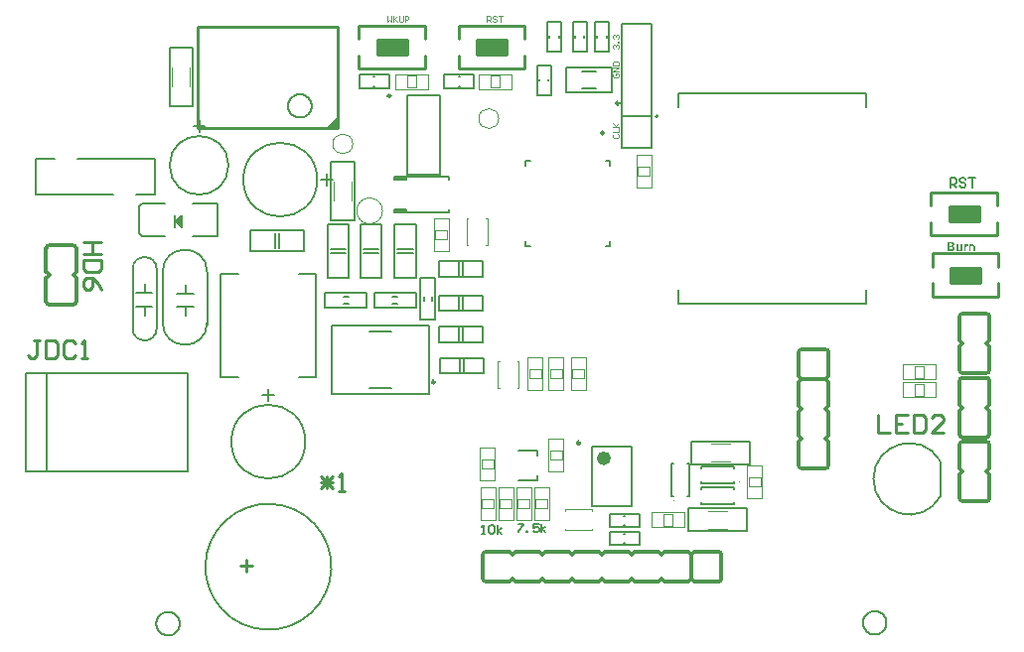
<source format=gto>
G04*
G04 #@! TF.GenerationSoftware,Altium Limited,Altium Designer,23.6.0 (18)*
G04*
G04 Layer_Color=65535*
%FSLAX44Y44*%
%MOMM*%
G71*
G04*
G04 #@! TF.SameCoordinates,157544A1-0EA0-4F56-A15C-28E52037D784*
G04*
G04*
G04 #@! TF.FilePolarity,Positive*
G04*
G01*
G75*
%ADD10C,0.2000*%
%ADD11C,0.1778*%
%ADD12C,0.3000*%
%ADD13C,0.2500*%
%ADD14C,0.6000*%
%ADD15C,0.1000*%
%ADD16C,0.2032*%
%ADD17C,0.1270*%
%ADD18C,0.2540*%
%ADD19C,0.1016*%
%ADD20C,0.1524*%
%ADD21C,0.1800*%
%ADD22C,0.1500*%
%ADD23R,2.5400X1.2700*%
%ADD24R,1.0000X0.3192*%
G36*
X267536Y331065D02*
Y341065D01*
X257536Y331065D01*
X267536Y331065D01*
D02*
G37*
G36*
X804102Y231774D02*
X804224Y231751D01*
X804380Y231718D01*
X804546Y231663D01*
X804713Y231596D01*
X804891Y231496D01*
X804424Y230220D01*
X804413Y230231D01*
X804358Y230253D01*
X804291Y230297D01*
X804202Y230342D01*
X804091Y230386D01*
X803980Y230431D01*
X803858Y230453D01*
X803736Y230464D01*
X803692D01*
X803625Y230453D01*
X803559Y230442D01*
X803481Y230420D01*
X803392Y230386D01*
X803303Y230342D01*
X803214Y230286D01*
X803203Y230275D01*
X803181Y230253D01*
X803137Y230209D01*
X803092Y230142D01*
X803037Y230064D01*
X802981Y229953D01*
X802926Y229820D01*
X802881Y229665D01*
Y229643D01*
X802870Y229609D01*
X802859Y229576D01*
Y229520D01*
X802848Y229454D01*
X802837Y229365D01*
X802826Y229265D01*
X802815Y229154D01*
X802804Y229010D01*
X802793Y228866D01*
Y228688D01*
X802782Y228499D01*
X802770Y228288D01*
Y228055D01*
Y227800D01*
Y226091D01*
X801294D01*
Y231663D01*
X802659D01*
Y230875D01*
X802671Y230886D01*
X802715Y230952D01*
X802782Y231052D01*
X802870Y231174D01*
X802959Y231296D01*
X803070Y231418D01*
X803170Y231529D01*
X803281Y231607D01*
X803292Y231618D01*
X803325Y231640D01*
X803392Y231663D01*
X803470Y231696D01*
X803559Y231729D01*
X803670Y231763D01*
X803781Y231774D01*
X803914Y231785D01*
X804003D01*
X804102Y231774D01*
D02*
G37*
G36*
X808886D02*
X809008Y231763D01*
X809142Y231740D01*
X809286Y231707D01*
X809441Y231663D01*
X809597Y231607D01*
X809619Y231596D01*
X809663Y231574D01*
X809741Y231541D01*
X809830Y231485D01*
X809930Y231418D01*
X810030Y231341D01*
X810130Y231252D01*
X810218Y231152D01*
X810229Y231141D01*
X810252Y231108D01*
X810285Y231052D01*
X810329Y230974D01*
X810385Y230886D01*
X810429Y230775D01*
X810474Y230664D01*
X810507Y230530D01*
Y230519D01*
X810518Y230464D01*
X810540Y230386D01*
X810551Y230275D01*
X810574Y230142D01*
X810585Y229964D01*
X810596Y229776D01*
Y229543D01*
Y226091D01*
X809119D01*
Y228921D01*
Y228932D01*
Y228965D01*
Y229010D01*
Y229065D01*
Y229143D01*
Y229221D01*
X809108Y229409D01*
X809097Y229598D01*
X809075Y229798D01*
X809053Y229964D01*
X809042Y230031D01*
X809020Y230086D01*
Y230098D01*
X808997Y230131D01*
X808975Y230175D01*
X808942Y230242D01*
X808842Y230375D01*
X808786Y230442D01*
X808709Y230497D01*
X808698Y230508D01*
X808676Y230519D01*
X808631Y230542D01*
X808565Y230575D01*
X808487Y230608D01*
X808409Y230630D01*
X808309Y230641D01*
X808198Y230653D01*
X808132D01*
X808065Y230641D01*
X807976Y230630D01*
X807865Y230597D01*
X807754Y230564D01*
X807632Y230508D01*
X807510Y230442D01*
X807499Y230431D01*
X807466Y230408D01*
X807410Y230353D01*
X807344Y230297D01*
X807277Y230209D01*
X807210Y230120D01*
X807144Y229998D01*
X807099Y229876D01*
Y229865D01*
X807077Y229809D01*
X807066Y229720D01*
X807044Y229587D01*
X807033Y229509D01*
X807022Y229409D01*
X807011Y229310D01*
Y229187D01*
X807000Y229065D01*
X806988Y228921D01*
Y228766D01*
Y228599D01*
Y226091D01*
X805512D01*
Y231663D01*
X806877D01*
Y230841D01*
X806889Y230852D01*
X806911Y230886D01*
X806955Y230930D01*
X807011Y230986D01*
X807077Y231063D01*
X807166Y231141D01*
X807266Y231230D01*
X807377Y231318D01*
X807499Y231396D01*
X807643Y231485D01*
X807787Y231563D01*
X807954Y231640D01*
X808132Y231696D01*
X808309Y231740D01*
X808509Y231774D01*
X808709Y231785D01*
X808786D01*
X808886Y231774D01*
D02*
G37*
G36*
X799840Y226091D02*
X798475D01*
Y226923D01*
X798464Y226901D01*
X798419Y226845D01*
X798353Y226768D01*
X798253Y226668D01*
X798142Y226546D01*
X797998Y226435D01*
X797842Y226313D01*
X797664Y226213D01*
X797642Y226201D01*
X797576Y226179D01*
X797476Y226135D01*
X797343Y226091D01*
X797187Y226046D01*
X797010Y226002D01*
X796821Y225979D01*
X796621Y225968D01*
X796521D01*
X796421Y225979D01*
X796288Y226002D01*
X796122Y226024D01*
X795955Y226068D01*
X795778Y226135D01*
X795611Y226213D01*
X795589Y226224D01*
X795545Y226257D01*
X795456Y226313D01*
X795367Y226390D01*
X795256Y226490D01*
X795156Y226601D01*
X795056Y226745D01*
X794967Y226901D01*
X794956Y226923D01*
X794934Y226978D01*
X794901Y227078D01*
X794867Y227223D01*
X794834Y227400D01*
X794801Y227611D01*
X794779Y227855D01*
X794768Y228133D01*
Y231663D01*
X796244D01*
Y229099D01*
Y229088D01*
Y229043D01*
Y228988D01*
Y228910D01*
Y228821D01*
Y228721D01*
X796255Y228488D01*
X796266Y228233D01*
X796277Y228000D01*
X796288Y227900D01*
X796299Y227800D01*
X796310Y227722D01*
X796321Y227667D01*
Y227656D01*
X796332Y227622D01*
X796355Y227578D01*
X796388Y227511D01*
X796421Y227445D01*
X796477Y227378D01*
X796532Y227311D01*
X796610Y227245D01*
X796621Y227234D01*
X796654Y227223D01*
X796699Y227201D01*
X796765Y227178D01*
X796843Y227145D01*
X796943Y227123D01*
X797043Y227112D01*
X797165Y227101D01*
X797232D01*
X797298Y227112D01*
X797387Y227123D01*
X797498Y227145D01*
X797609Y227189D01*
X797731Y227234D01*
X797842Y227300D01*
X797853Y227311D01*
X797887Y227334D01*
X797942Y227378D01*
X798009Y227445D01*
X798075Y227522D01*
X798142Y227600D01*
X798208Y227700D01*
X798253Y227811D01*
Y227822D01*
X798275Y227878D01*
Y227922D01*
X798286Y227978D01*
X798297Y228033D01*
X798308Y228111D01*
X798319Y228211D01*
X798331Y228311D01*
X798342Y228433D01*
Y228577D01*
X798353Y228732D01*
X798364Y228910D01*
Y229099D01*
Y229310D01*
Y231663D01*
X799840D01*
Y226091D01*
D02*
G37*
G36*
X790638Y233761D02*
X790860Y233749D01*
X791082Y233738D01*
X791293Y233716D01*
X791482Y233694D01*
X791504D01*
X791560Y233683D01*
X791637Y233661D01*
X791748Y233627D01*
X791870Y233583D01*
X792004Y233527D01*
X792148Y233461D01*
X792281Y233372D01*
X792292Y233361D01*
X792337Y233328D01*
X792403Y233272D01*
X792492Y233206D01*
X792581Y233106D01*
X792681Y232995D01*
X792781Y232873D01*
X792869Y232728D01*
X792880Y232706D01*
X792903Y232662D01*
X792947Y232573D01*
X792991Y232462D01*
X793036Y232329D01*
X793080Y232184D01*
X793102Y232007D01*
X793114Y231829D01*
Y231818D01*
Y231807D01*
Y231740D01*
X793102Y231640D01*
X793080Y231507D01*
X793036Y231352D01*
X792991Y231185D01*
X792914Y231019D01*
X792814Y230841D01*
X792803Y230819D01*
X792758Y230763D01*
X792692Y230686D01*
X792614Y230586D01*
X792503Y230486D01*
X792370Y230364D01*
X792215Y230264D01*
X792037Y230164D01*
X792048D01*
X792070Y230153D01*
X792104Y230142D01*
X792148Y230131D01*
X792281Y230075D01*
X792437Y229998D01*
X792603Y229909D01*
X792792Y229787D01*
X792958Y229643D01*
X793114Y229465D01*
X793125Y229443D01*
X793169Y229376D01*
X793236Y229276D01*
X793302Y229143D01*
X793369Y228965D01*
X793436Y228777D01*
X793480Y228555D01*
X793491Y228311D01*
Y228299D01*
Y228288D01*
Y228222D01*
X793480Y228122D01*
X793458Y227989D01*
X793436Y227833D01*
X793391Y227656D01*
X793325Y227478D01*
X793247Y227289D01*
X793236Y227267D01*
X793202Y227212D01*
X793147Y227123D01*
X793069Y227012D01*
X792980Y226879D01*
X792858Y226756D01*
X792736Y226623D01*
X792581Y226501D01*
X792559Y226490D01*
X792503Y226457D01*
X792414Y226401D01*
X792292Y226346D01*
X792137Y226279D01*
X791959Y226224D01*
X791759Y226168D01*
X791537Y226135D01*
X791493D01*
X791449Y226124D01*
X791338D01*
X791260Y226113D01*
X791049D01*
X790916Y226102D01*
X790583D01*
X790394Y226091D01*
X787064D01*
Y233772D01*
X790439D01*
X790638Y233761D01*
D02*
G37*
%LPC*%
G36*
X790161Y232495D02*
X788618D01*
Y230719D01*
X790106D01*
X790294Y230730D01*
X790638D01*
X790705Y230741D01*
X790771D01*
X790816Y230752D01*
X790882Y230763D01*
X790982Y230797D01*
X791082Y230830D01*
X791182Y230875D01*
X791282Y230930D01*
X791371Y231008D01*
X791382Y231019D01*
X791404Y231052D01*
X791449Y231096D01*
X791493Y231174D01*
X791526Y231263D01*
X791571Y231363D01*
X791593Y231485D01*
X791604Y231618D01*
Y231629D01*
Y231674D01*
X791593Y231740D01*
X791582Y231829D01*
X791560Y231918D01*
X791515Y232007D01*
X791471Y232107D01*
X791404Y232195D01*
X791393Y232206D01*
X791371Y232229D01*
X791315Y232273D01*
X791260Y232318D01*
X791171Y232362D01*
X791071Y232406D01*
X790949Y232440D01*
X790816Y232462D01*
X790805D01*
X790760Y232473D01*
X790638D01*
X790572Y232484D01*
X790283D01*
X790161Y232495D01*
D02*
G37*
G36*
X790228Y229443D02*
X788618D01*
Y227389D01*
X790328D01*
X790494Y227400D01*
X790672D01*
X790849Y227411D01*
X790993Y227423D01*
X791060D01*
X791105Y227434D01*
X791116D01*
X791160Y227445D01*
X791227Y227467D01*
X791304Y227489D01*
X791393Y227533D01*
X791493Y227589D01*
X791582Y227656D01*
X791671Y227733D01*
X791682Y227744D01*
X791704Y227778D01*
X791737Y227833D01*
X791782Y227911D01*
X791826Y228000D01*
X791859Y228111D01*
X791881Y228244D01*
X791893Y228388D01*
Y228399D01*
Y228444D01*
X791881Y228510D01*
X791870Y228588D01*
X791848Y228688D01*
X791815Y228777D01*
X791770Y228877D01*
X791715Y228976D01*
X791704Y228988D01*
X791682Y229021D01*
X791648Y229065D01*
X791593Y229110D01*
X791526Y229176D01*
X791438Y229232D01*
X791338Y229287D01*
X791227Y229332D01*
X791216D01*
X791160Y229354D01*
X791071Y229365D01*
X791016Y229376D01*
X790938Y229387D01*
X790860Y229398D01*
X790760Y229409D01*
X790649Y229421D01*
X790516D01*
X790383Y229432D01*
X790228Y229443D01*
D02*
G37*
%LPD*%
D10*
X494550Y326700D02*
G03*
X494550Y326700I-1500J0D01*
G01*
X540540Y340990D02*
G03*
X540540Y340990I-1000J0D01*
G01*
X729432Y-81980D02*
X729992Y-82265D01*
X720916Y-81980D02*
X721493Y-81730D01*
X728856D02*
X729432Y-81980D01*
X721493Y-81730D02*
X722084Y-81517D01*
X728264D02*
X728856Y-81730D01*
X722084Y-81517D02*
X722687Y-81342D01*
X727661D02*
X728264Y-81517D01*
X722687Y-81342D02*
X723300Y-81205D01*
X727048D02*
X727661Y-81342D01*
X723300Y-81205D02*
X723921Y-81107D01*
X726428D02*
X727048Y-81205D01*
X723921Y-81107D02*
X724546Y-81048D01*
X725802D02*
X726428Y-81107D01*
X725174Y-81028D02*
X725802Y-81048D01*
X724546D02*
X725174Y-81028D01*
Y-101028D02*
X725802Y-101008D01*
X726428Y-100949D01*
X727048Y-100851D01*
X727661Y-100714D01*
X728264Y-100539D01*
X728856Y-100326D01*
X729432Y-100076D01*
X729992Y-99791D01*
X730533Y-99471D01*
X731052Y-99118D01*
X731548Y-98733D01*
X732020Y-98318D01*
X732464Y-97873D01*
X724546Y-101008D02*
X725174Y-101028D01*
X723921Y-100949D02*
X724546Y-101008D01*
X723300Y-100851D02*
X723921Y-100949D01*
X722687Y-100714D02*
X723300Y-100851D01*
X722084Y-100539D02*
X722687Y-100714D01*
X721493Y-100326D02*
X722084Y-100539D01*
X720916Y-100076D02*
X721493Y-100326D01*
X720357Y-99791D02*
X720916Y-100076D01*
X719816Y-99471D02*
X720357Y-99791D01*
X719296Y-99118D02*
X719816Y-99471D01*
X718800Y-98733D02*
X719296Y-99118D01*
X718329Y-98318D02*
X718800Y-98733D01*
X717885Y-97873D02*
X718329Y-98318D01*
X717469Y-97402D02*
X717885Y-97873D01*
X717084Y-96906D02*
X717469Y-97402D01*
X716731Y-96386D02*
X717084Y-96906D01*
X716411Y-95846D02*
X716731Y-96386D01*
X716126Y-95286D02*
X716411Y-95846D01*
X720357Y-82265D02*
X720916Y-81980D01*
X734860Y-88541D02*
X734997Y-89154D01*
X734685Y-87938D02*
X734860Y-88541D01*
X734472Y-87347D02*
X734685Y-87938D01*
X729992Y-82265D02*
X730533Y-82585D01*
X719816D02*
X720357Y-82265D01*
X734997Y-89154D02*
X735095Y-89775D01*
X733264Y-96906D02*
X733617Y-96386D01*
X732879Y-97402D02*
X733264Y-96906D01*
X716126Y-86770D02*
X716411Y-86210D01*
X716731Y-85670D01*
X717084Y-85150D01*
X717469Y-84654D01*
X717885Y-84183D01*
X718329Y-83738D01*
X718800Y-83323D01*
X734222Y-86770D02*
X734472Y-87347D01*
X733937Y-86210D02*
X734222Y-86770D01*
X733617Y-85670D02*
X733937Y-86210D01*
X733264Y-85150D02*
X733617Y-85670D01*
X732879Y-84654D02*
X733264Y-85150D01*
X732464Y-84183D02*
X732879Y-84654D01*
X732020Y-83738D02*
X732464Y-84183D01*
X731548Y-83323D02*
X732020Y-83738D01*
X718800Y-83323D02*
X719296Y-82938D01*
X731052D02*
X731548Y-83323D01*
X719296Y-82938D02*
X719816Y-82585D01*
X730533D02*
X731052Y-82938D01*
X732464Y-97873D02*
X732879Y-97402D01*
X735154Y-91656D02*
X735174Y-91028D01*
X733617Y-96386D02*
X733937Y-95846D01*
X734222Y-95286D01*
X734472Y-94709D01*
X734685Y-94118D01*
X734860Y-93515D01*
X734997Y-92902D01*
X735095Y-92281D01*
X735154Y-91656D01*
Y-90400D02*
X735174Y-91028D01*
X735095Y-89775D02*
X735154Y-90400D01*
X297950Y366840D02*
X298950D01*
X297950Y374840D02*
X298950D01*
X484292Y8305D02*
Y59305D01*
X517792Y8305D02*
Y59305D01*
X484292D02*
X517792D01*
X484292Y8305D02*
X517792D01*
X345061Y103850D02*
Y162850D01*
X261999D02*
X345061D01*
X261999Y103850D02*
Y162850D01*
Y103850D02*
X345061D01*
X294280Y108850D02*
X312780D01*
X294280Y157850D02*
X312780D01*
X511310Y-15050D02*
X512310D01*
X511310Y-23050D02*
X512310D01*
X462176Y361483D02*
Y382971D01*
Y361483D02*
X500757D01*
Y382971D01*
X462176D02*
X500757D01*
X475330Y379610D02*
X487330D01*
X475330Y364610D02*
X487330D01*
X488760Y408440D02*
Y409440D01*
X496760Y408440D02*
Y409440D01*
X477710Y408440D02*
Y409440D01*
X469710Y408440D02*
Y409440D01*
X448120Y408440D02*
Y409440D01*
X456120Y408440D02*
Y409440D01*
X370340Y374840D02*
X371340D01*
X370340Y366840D02*
X371340D01*
X437950Y34680D02*
X437950Y30180D01*
X437950Y51680D02*
X437950Y56180D01*
X421700D02*
X437950D01*
X421700Y30180D02*
X437950D01*
X577212Y24795D02*
X605212D01*
X577212Y9795D02*
X605212Y9795D01*
X577212Y23045D02*
Y24795D01*
X605212Y23045D02*
Y24795D01*
X577212Y9795D02*
Y11545D01*
X605212Y9795D02*
Y11545D01*
X565212Y45265D02*
X566962D01*
X565212Y17265D02*
X566962Y17265D01*
X551962Y45265D02*
X553712D01*
X551962Y17265D02*
X553712Y17265D01*
X566962Y45265D02*
X566962Y17265D01*
X551962Y17265D02*
Y45265D01*
X577212Y40825D02*
Y42575D01*
X605212Y40825D02*
Y42575D01*
X577212Y27575D02*
Y29325D01*
X605212Y27575D02*
Y29325D01*
X577212Y42575D02*
X605212Y42575D01*
X577212Y27575D02*
X605212D01*
X128240Y246460D02*
Y256460D01*
X133240Y248460D02*
Y254460D01*
X134240Y246460D02*
Y256460D01*
X129240Y251460D02*
X134240Y256460D01*
X131740Y249960D02*
Y252960D01*
X129240Y251460D02*
X134240Y246460D01*
X100330Y266700D02*
X120080D01*
X100330Y238760D02*
X120080D01*
X144080D02*
X165100D01*
X144080Y266700D02*
X165100D01*
X97790Y241300D02*
Y264160D01*
Y241300D02*
X100330Y238760D01*
X97790Y264160D02*
X100330Y266700D01*
X165100Y238760D02*
Y266700D01*
X9960Y274560D02*
Y304560D01*
X95960Y274560D02*
X111960Y274560D01*
X9960D02*
X76460Y274560D01*
X111960Y274560D02*
Y304560D01*
X45460Y304560D02*
X111960Y304560D01*
X9960D02*
X25960Y304560D01*
X326360Y291620D02*
Y358620D01*
X354360Y291620D02*
Y358620D01*
X326360D02*
X354360D01*
X326360Y291620D02*
X354360D01*
X509270Y420332D02*
X534670D01*
Y313731D02*
Y420332D01*
X509270Y313731D02*
Y420332D01*
Y313731D02*
X534670D01*
X509270Y341630D02*
X534670D01*
X715876Y-87347D02*
X716126Y-86770D01*
X715664Y-87938D02*
X715876Y-87347D01*
X715488Y-88541D02*
X715664Y-87938D01*
X715351Y-89154D02*
X715488Y-88541D01*
X715253Y-89775D02*
X715351Y-89154D01*
X715194Y-90400D02*
X715253Y-89775D01*
X715174Y-91028D02*
X715194Y-90400D01*
X715174Y-91028D02*
X715194Y-91656D01*
X715253Y-92281D01*
X715351Y-92902D01*
X715488Y-93515D02*
X715664Y-94118D01*
X715876Y-94709D01*
X716126Y-95286D01*
X715351Y-92902D02*
X715488Y-93515D01*
X233967Y359926D02*
X234592Y359985D01*
X232733Y359691D02*
X233346Y359828D01*
X232130Y359516D02*
X232733Y359691D01*
X231539Y359303D02*
X232130Y359516D01*
X233346Y359828D02*
X233967Y359926D01*
X230962Y359053D02*
X231539Y359303D01*
X234592Y359985D02*
X235220Y360005D01*
X230403Y358768D02*
X230962Y359053D01*
X229862Y358448D02*
X230403Y358768D01*
X229342Y358095D02*
X229862Y358448D01*
X228846Y357710D02*
X229342Y358095D01*
X228375Y357295D02*
X228846Y357710D01*
X227930Y356851D02*
X228375Y357295D01*
X227515Y356379D02*
X227930Y356851D01*
X227130Y355883D02*
X227515Y356379D01*
X226457Y354823D02*
X226777Y355363D01*
X226172Y354263D02*
X226457Y354823D01*
X226777Y355363D02*
X227130Y355883D01*
X225922Y353686D02*
X226172Y354263D01*
X225709Y353095D02*
X225922Y353686D01*
X225534Y352492D02*
X225709Y353095D01*
X225397Y351879D02*
X225534Y352492D01*
X225299Y351258D02*
X225397Y351879D01*
X225240Y350633D02*
X225299Y351258D01*
X225220Y350005D02*
X225240Y350633D01*
X225220Y350005D02*
X225240Y349377D01*
X225299Y348752D02*
X225397Y348131D01*
X225534Y347518D01*
X225709Y346915D01*
X225922Y346324D01*
X225240Y349377D02*
X225299Y348752D01*
X225922Y346324D02*
X226172Y345747D01*
X226457Y345187D01*
X226777Y344647D01*
X227130Y344127D01*
X227515Y343631D01*
X227930Y343159D01*
X228375Y342715D01*
X228846Y342300D01*
X229342Y341915D02*
X229862Y341562D01*
X230403Y341242D01*
X228846Y342300D02*
X229342Y341915D01*
X230403Y341242D02*
X230962Y340957D01*
X238901Y340707D02*
X239478Y340957D01*
X240037Y341242D01*
X240578Y341562D01*
X241098Y341915D01*
X241594Y342300D01*
X242066Y342715D01*
X242510Y343159D01*
X242925Y343631D02*
X243310Y344127D01*
X243663Y344647D01*
X242510Y343159D02*
X242925Y343631D01*
X243663Y344647D02*
X243983Y345187D01*
X244268Y345747D01*
X244518Y346324D01*
X244731Y346915D01*
X244906Y347518D02*
X245043Y348131D01*
X245141Y348752D01*
X245200Y349377D01*
X245220Y350005D01*
X245200Y350633D02*
X245220Y350005D01*
X245141Y351258D02*
X245200Y350633D01*
X245043Y351879D02*
X245141Y351258D01*
X244906Y352492D02*
X245043Y351879D01*
X244731Y346915D02*
X244906Y347518D01*
X244731Y353095D02*
X244906Y352492D01*
X244518Y353686D02*
X244731Y353095D01*
X244268Y354263D02*
X244518Y353686D01*
X243983Y354823D02*
X244268Y354263D01*
X243310Y355883D02*
X243663Y355363D01*
X242925Y356379D02*
X243310Y355883D01*
X243663Y355363D02*
X243983Y354823D01*
X242510Y356851D02*
X242925Y356379D01*
X242066Y357295D02*
X242510Y356851D01*
X241594Y357710D02*
X242066Y357295D01*
X241098Y358095D02*
X241594Y357710D01*
X240578Y358448D02*
X241098Y358095D01*
X240037Y358768D02*
X240578Y358448D01*
X239478Y359053D02*
X240037Y358768D01*
X238901Y359303D02*
X239478Y359053D01*
X238310Y359516D02*
X238901Y359303D01*
X237707Y359691D02*
X238310Y359516D01*
X237094Y359828D02*
X237707Y359691D01*
X236473Y359926D02*
X237094Y359828D01*
X235848Y359985D02*
X236473Y359926D01*
X235220Y360005D02*
X235848Y359985D01*
X230962Y340957D02*
X231539Y340707D01*
X232130Y340494D01*
X232733Y340319D01*
X233346Y340182D01*
X233967Y340084D01*
X234592Y340025D01*
X235220Y340005D01*
X235848Y340025D02*
X236473Y340084D01*
X237094Y340182D01*
X237707Y340319D01*
X238310Y340494D01*
X235220Y340005D02*
X235848Y340025D01*
X238310Y340494D02*
X238901Y340707D01*
X117981Y-82977D02*
X118540Y-82692D01*
X117440Y-83297D02*
X117981Y-82977D01*
X116920Y-83650D02*
X117440Y-83297D01*
X116424Y-84035D02*
X116920Y-83650D01*
X115953Y-84450D02*
X116424Y-84035D01*
X115509Y-84895D02*
X115953Y-84450D01*
X115093Y-85366D02*
X115509Y-84895D01*
X114708Y-85862D02*
X115093Y-85366D01*
X114035Y-86923D02*
X114355Y-86382D01*
X113750Y-87482D02*
X114035Y-86923D01*
X114355Y-86382D02*
X114708Y-85862D01*
X113500Y-88059D02*
X113750Y-87482D01*
X113288Y-88650D02*
X113500Y-88059D01*
X113112Y-89253D02*
X113288Y-88650D01*
X112975Y-89866D02*
X113112Y-89253D01*
X112877Y-90487D02*
X112975Y-89866D01*
X112818Y-91112D02*
X112877Y-90487D01*
X112798Y-91740D02*
X112818Y-91112D01*
X112798Y-91740D02*
X112818Y-92368D01*
X112877Y-92993D02*
X112975Y-93614D01*
X113112Y-94227D01*
X113288Y-94830D01*
X113500Y-95421D01*
X112818Y-92368D02*
X112877Y-92993D01*
X113500Y-95421D02*
X113750Y-95998D01*
X114035Y-96558D01*
X114355Y-97098D01*
X114708Y-97618D01*
X115093Y-98114D01*
X115509Y-98586D01*
X115953Y-99030D01*
X116424Y-99445D01*
X116920Y-99830D02*
X117440Y-100183D01*
X117981Y-100503D01*
X116424Y-99445D02*
X116920Y-99830D01*
X117981Y-100503D02*
X118540Y-100788D01*
X126480Y-101038D02*
X127056Y-100788D01*
X127616Y-100503D01*
X128156Y-100183D01*
X128676Y-99830D01*
X129172Y-99445D01*
X129644Y-99030D01*
X130088Y-98586D01*
X130503Y-98114D02*
X130888Y-97618D01*
X131242Y-97098D01*
X130088Y-98586D02*
X130503Y-98114D01*
X131242Y-97098D02*
X131561Y-96558D01*
X129644Y-84450D02*
X130088Y-84895D01*
X129172Y-84035D02*
X129644Y-84450D01*
X128676Y-83650D02*
X129172Y-84035D01*
X128156Y-83297D02*
X128676Y-83650D01*
X127616Y-82977D02*
X128156Y-83297D01*
X127056Y-82692D02*
X127616Y-82977D01*
X126480Y-82442D02*
X127056Y-82692D01*
X125888Y-82229D02*
X126480Y-82442D01*
X125285Y-82054D02*
X125888Y-82229D01*
X124672Y-81917D02*
X125285Y-82054D01*
X124052Y-81819D02*
X124672Y-81917D01*
X123426Y-81760D02*
X124052Y-81819D01*
X122798Y-81740D02*
X123426Y-81760D01*
X132096Y-88059D02*
X132309Y-88650D01*
X131847Y-87482D02*
X132096Y-88059D01*
X131561Y-86923D02*
X131847Y-87482D01*
X130888Y-85862D02*
X131242Y-86382D01*
X130503Y-85366D02*
X130888Y-85862D01*
X131242Y-86382D02*
X131561Y-86923D01*
X130088Y-84895D02*
X130503Y-85366D01*
X118540Y-100788D02*
X119117Y-101038D01*
X119708Y-101251D01*
X120311Y-101426D01*
X120924Y-101563D01*
X121545Y-101661D01*
X122170Y-101720D01*
X122798Y-101740D01*
X123426Y-101720D02*
X124052Y-101661D01*
X124672Y-101563D01*
X125285Y-101426D01*
X125888Y-101251D01*
X122798Y-101740D02*
X123426Y-101720D01*
X125888Y-101251D02*
X126480Y-101038D01*
X131561Y-96558D02*
X131847Y-95998D01*
X132096Y-95421D01*
X132309Y-94830D01*
X132484Y-94227D02*
X132621Y-93614D01*
X132719Y-92993D01*
X132779Y-92368D01*
X132798Y-91740D01*
X132779Y-91112D02*
X132798Y-91740D01*
X132719Y-90487D02*
X132779Y-91112D01*
X132621Y-89866D02*
X132719Y-90487D01*
X132484Y-89253D02*
X132621Y-89866D01*
X132309Y-94830D02*
X132484Y-94227D01*
X132309Y-88650D02*
X132484Y-89253D01*
X122170Y-81760D02*
X122798Y-81740D01*
X121545Y-81819D02*
X122170Y-81760D01*
X120311Y-82054D02*
X120924Y-81917D01*
X119708Y-82229D02*
X120311Y-82054D01*
X119117Y-82442D02*
X119708Y-82229D01*
X120924Y-81917D02*
X121545Y-81819D01*
X118540Y-82692D02*
X119117Y-82442D01*
X511310Y-7810D02*
X512310D01*
X511310Y190D02*
X512310Y190D01*
X439230Y371610D02*
Y372610D01*
X447230D02*
X447230Y371610D01*
D11*
X780925Y47171D02*
G03*
X781035Y16518I-26291J-15421D01*
G01*
X92710Y160020D02*
G03*
X113030Y160020I10160J0D01*
G01*
Y210820D02*
G03*
X92710Y210820I-10160J0D01*
G01*
X156160Y208280D02*
G03*
X118160Y208280I-19000J0D01*
G01*
Y165100D02*
G03*
X156160Y165100I19000J0D01*
G01*
X781050Y16764D02*
Y46736D01*
X19050Y38100D02*
Y121920D01*
X1270Y38100D02*
X139700D01*
X1270Y121920D02*
X139700D01*
Y38100D02*
Y121920D01*
X1270Y38100D02*
Y121920D01*
X92710Y160020D02*
Y210820D01*
X113030Y160020D02*
Y210820D01*
X95250Y179070D02*
X109220D01*
X95250Y190500D02*
X109220D01*
X102870Y171450D02*
Y179070D01*
Y190500D02*
Y198120D01*
X156210Y163322D02*
Y208280D01*
X118110Y163322D02*
Y208280D01*
X137922Y189992D02*
Y197612D01*
Y170942D02*
Y178562D01*
X130302Y189992D02*
X144272D01*
X130302Y178562D02*
X144272D01*
D12*
X594360Y-33180D02*
G03*
X591960Y-30380I-2600J200D01*
G01*
Y-55980D02*
G03*
X594360Y-53180I-200J2600D01*
G01*
X391160D02*
G03*
X393560Y-55980I2600J-200D01*
G01*
Y-30380D02*
G03*
X391160Y-33180I200J-2600D01*
G01*
X18950Y182740D02*
G03*
X21750Y180340I2600J200D01*
G01*
X41750Y180340D02*
G03*
X44550Y182740I200J2600D01*
G01*
X21750Y231140D02*
G03*
X18950Y228340I0J-2800D01*
G01*
X44550D02*
G03*
X41750Y231140I-2800J0D01*
G01*
X797460Y15100D02*
G03*
X800260Y12700I2600J200D01*
G01*
X820260Y12700D02*
G03*
X823060Y15100I200J2600D01*
G01*
X800260Y63500D02*
G03*
X797460Y60700I0J-2800D01*
G01*
X823060D02*
G03*
X820260Y63500I-2800J0D01*
G01*
X797460Y69710D02*
G03*
X800260Y67310I2600J200D01*
G01*
X820260Y67310D02*
G03*
X823060Y69710I200J2600D01*
G01*
X800260Y118110D02*
G03*
X797460Y115310I0J-2800D01*
G01*
X823060D02*
G03*
X820260Y118110I-2800J0D01*
G01*
X823060Y170320D02*
G03*
X820260Y172720I-2600J-200D01*
G01*
X800260Y172720D02*
G03*
X797460Y170320I-200J-2600D01*
G01*
X820260Y121920D02*
G03*
X823060Y124720I0J2800D01*
G01*
X797460D02*
G03*
X800260Y121920I2800J0D01*
G01*
X685900Y139840D02*
G03*
X683100Y142240I-2600J-200D01*
G01*
X663100Y142240D02*
G03*
X660300Y139840I-200J-2600D01*
G01*
X683100Y40640D02*
G03*
X685900Y43440I0J2800D01*
G01*
X660300D02*
G03*
X663100Y40640I2800J0D01*
G01*
X568960Y-53340D02*
Y-32920D01*
X594360Y-53180D02*
Y-33180D01*
X568960Y-53340D02*
X571500Y-55880D01*
X566420D02*
X568960Y-53340D01*
X571500Y-30480D02*
Y-30380D01*
X568960Y-33020D02*
X571500Y-30480D01*
X568960Y-33020D02*
Y-32920D01*
X566420Y-30380D02*
X568960Y-32920D01*
X571500Y-55980D02*
X591960D01*
X543560Y-53340D02*
X546100Y-55880D01*
X541020D02*
X543560Y-53340D01*
X546100Y-55980D02*
X566420D01*
X546100D02*
Y-55880D01*
X571600Y-30380D02*
X591960D01*
X571500Y-30480D02*
X571600Y-30380D01*
X546100D02*
X566420D01*
X546100Y-30480D02*
Y-30380D01*
X543560Y-33020D02*
X546100Y-30480D01*
X541020D02*
X543560Y-33020D01*
X495300Y-55980D02*
Y-55880D01*
Y-55980D02*
X515620D01*
X490220Y-55880D02*
X492760Y-53340D01*
X495300Y-55880D01*
X520700Y-55980D02*
X541160D01*
X515620Y-55880D02*
X518160Y-53340D01*
X520700Y-55880D01*
X444500Y-55980D02*
Y-55880D01*
Y-55980D02*
X464820D01*
X439420Y-55880D02*
X441960Y-53340D01*
X444500Y-55880D01*
X469900Y-55980D02*
X490360D01*
X464820Y-55880D02*
X467360Y-53340D01*
X469900Y-55880D01*
X393700Y-55980D02*
X414020D01*
X419100D02*
X439560D01*
X414020Y-55880D02*
X416560Y-53340D01*
X419100Y-55880D01*
X490220Y-30480D02*
X492760Y-33020D01*
X495300Y-30480D01*
Y-30380D01*
X515620D01*
X520700Y-30480D02*
X520800Y-30380D01*
X541160D01*
X515620D02*
X518160Y-32920D01*
Y-33020D02*
Y-32920D01*
Y-33020D02*
X520700Y-30480D01*
Y-30380D01*
X439420Y-30480D02*
X441960Y-33020D01*
X444500Y-30480D01*
Y-30380D01*
X464820D01*
X469900Y-30480D02*
X470000Y-30380D01*
X490360D01*
X464820D02*
X467360Y-32920D01*
Y-33020D02*
Y-32920D01*
Y-33020D02*
X469900Y-30480D01*
Y-30380D01*
X393700D02*
X414020D01*
X419100Y-30480D02*
X419200Y-30380D01*
X439560D01*
X414020D02*
X416560Y-32920D01*
Y-33020D02*
Y-32920D01*
Y-33020D02*
X419100Y-30480D01*
Y-30380D01*
X391160Y-53180D02*
Y-33180D01*
X44450Y228600D02*
X44550D01*
X18950D02*
X19050D01*
X44550Y182740D02*
Y203100D01*
X18950Y182740D02*
Y203200D01*
X21750Y180340D02*
X41750D01*
X21750Y231140D02*
X41750D01*
X44550Y208280D02*
Y228600D01*
X18950Y208280D02*
Y228600D01*
X41910Y205740D02*
X44450Y203200D01*
X41910Y205740D02*
X42010D01*
X44550Y208280D01*
X19050D02*
X21590Y205740D01*
X19050Y203200D02*
X21590Y205740D01*
X822960Y60960D02*
X823060D01*
X797460D02*
X797560D01*
X823060Y15100D02*
Y35460D01*
X797460Y15100D02*
Y35560D01*
X800260Y12700D02*
X820260D01*
X800260Y63500D02*
X820260D01*
X823060Y40640D02*
Y60960D01*
X797460Y40640D02*
Y60960D01*
X820420Y38100D02*
X822960Y35560D01*
X820420Y38100D02*
X820520D01*
X823060Y40640D01*
X797560D02*
X800100Y38100D01*
X797560Y35560D02*
X800100Y38100D01*
X822960Y115570D02*
X823060D01*
X797460D02*
X797560D01*
X823060Y69710D02*
Y90070D01*
X797460Y69710D02*
Y90170D01*
X800260Y67310D02*
X820260D01*
X800260Y118110D02*
X820260D01*
X823060Y95250D02*
Y115570D01*
X797460Y95250D02*
Y115570D01*
X820420Y92710D02*
X822960Y90170D01*
X820420Y92710D02*
X820520D01*
X823060Y95250D01*
X797560D02*
X800100Y92710D01*
X797560Y90170D02*
X800100Y92710D01*
X797460Y124460D02*
X797560D01*
X822960D02*
X823060D01*
X797460Y149960D02*
Y170320D01*
X823060Y149860D02*
Y170320D01*
X800260Y172720D02*
X820260D01*
X800260Y121920D02*
X820260D01*
X797460Y124460D02*
Y144780D01*
X823060Y124460D02*
Y144780D01*
X797560Y149860D02*
X800100Y147320D01*
X800000D02*
X800100D01*
X797460Y144780D02*
X800000Y147320D01*
X820420D02*
X822960Y144780D01*
X820420Y147320D02*
X822960Y149860D01*
X660300Y43180D02*
X660400D01*
X660300Y68580D02*
X660400D01*
X662940Y66040D01*
X662840D02*
X662940D01*
X660300Y68680D02*
Y89040D01*
Y68680D02*
X660400Y68580D01*
X685800Y43180D02*
X685900D01*
X683260Y66040D02*
X685800Y68580D01*
X685900D02*
Y89040D01*
X660400Y88900D02*
X662940Y91440D01*
X660400Y93980D02*
X662940Y91440D01*
X660300Y93980D02*
X660400D01*
X660300D02*
Y114300D01*
Y119480D02*
X660400Y119380D01*
X660300Y119480D02*
Y139840D01*
X685800Y93980D02*
X685900D01*
Y114300D01*
X683260Y91440D02*
X685800Y88900D01*
X683260Y91440D02*
X685800Y93980D01*
X685900Y119380D02*
Y139840D01*
X660300Y114300D02*
X662840Y116840D01*
X662940D01*
X660400Y119380D02*
X662940Y116840D01*
X660300Y119380D02*
X660400D01*
X683260Y116840D02*
X685800Y114300D01*
X683260Y116840D02*
X685800Y119380D01*
X663100Y142240D02*
X683100D01*
X663100Y40640D02*
X683100D01*
X660300Y43180D02*
Y63500D01*
X685900Y43180D02*
Y63500D01*
X660300D02*
X662840Y66040D01*
X683260D02*
X685800Y63500D01*
X662840Y116840D02*
X683260D01*
D13*
X507350Y352170D02*
G03*
X507350Y352170I-1250J0D01*
G01*
X474042Y62355D02*
G03*
X474042Y62355I-1250J0D01*
G01*
X350311Y114300D02*
G03*
X350311Y114300I-1250J0D01*
G01*
X312610Y358620D02*
G03*
X312610Y358620I-1250J0D01*
G01*
D14*
X497292Y49305D02*
G03*
X497292Y49305I-3000J0D01*
G01*
D15*
X305640Y260350D02*
G03*
X305640Y260350I-11000J0D01*
G01*
X573712Y23045D02*
G03*
X573712Y23045I-500J0D01*
G01*
X554212Y13265D02*
G03*
X554212Y13265I-500J0D01*
G01*
X609712Y29325D02*
G03*
X609712Y29325I-500J0D01*
G01*
X404740Y339090D02*
G03*
X404740Y339090I-8500J0D01*
G01*
X280280Y317500D02*
G03*
X280280Y317500I-8500J0D01*
G01*
X448310Y118109D02*
Y125729D01*
X458470D01*
Y118109D02*
Y125729D01*
X448310Y118109D02*
X458470D01*
X447040Y107949D02*
Y135889D01*
X459740D01*
Y130809D02*
Y135889D01*
Y107949D02*
Y130809D01*
X447040Y107949D02*
X459740D01*
X477520Y118111D02*
Y125731D01*
X467360Y118111D02*
X477520D01*
X467360D02*
Y125731D01*
X477520D01*
X478790Y107951D02*
Y135891D01*
X466090Y107951D02*
X478790D01*
X466090D02*
Y113031D01*
Y135891D01*
X478790D01*
X429260Y107949D02*
X441960D01*
Y130809D01*
Y135889D01*
X429260D02*
X441960D01*
X429260Y107949D02*
Y135889D01*
X430530Y118109D02*
X440690D01*
Y125729D01*
X430530D02*
X440690D01*
X430530Y118109D02*
Y125729D01*
X316229Y364490D02*
Y377190D01*
Y364490D02*
X339089D01*
X344169D01*
Y377190D01*
X316229D02*
X344169D01*
X326389Y365760D02*
Y375920D01*
Y365760D02*
X334009D01*
Y375920D01*
X326389D02*
X334009D01*
X759461Y102870D02*
X767081D01*
X759461D02*
Y113030D01*
X767081D01*
Y102870D02*
Y113030D01*
X749301Y101600D02*
X777241D01*
X749301Y114300D02*
X749301Y101600D01*
X749301Y114300D02*
X754381Y114300D01*
X777241D01*
Y101600D02*
Y114300D01*
Y116840D02*
Y129540D01*
X754381D02*
X777241D01*
X749301D02*
X754381D01*
X749301Y116840D02*
Y129540D01*
Y116840D02*
X777241D01*
X767081Y118110D02*
Y128270D01*
X759461D02*
X767081D01*
X759461Y118110D02*
Y128270D01*
Y118110D02*
X767081D01*
X523240Y290829D02*
Y298449D01*
X533400D01*
Y290829D02*
Y298449D01*
X523240Y290829D02*
X533400D01*
X521970Y280669D02*
Y308609D01*
X534670D01*
Y303529D02*
Y308609D01*
Y280669D02*
Y303529D01*
X521970Y280669D02*
X534670D01*
X397509Y375920D02*
X405129D01*
Y365760D02*
Y375920D01*
X397509Y365760D02*
X405129D01*
X397509D02*
Y375920D01*
X387349Y377190D02*
X415289D01*
Y364490D02*
Y377190D01*
X410209Y364490D02*
X415289D01*
X387349D02*
X410209D01*
X387349D02*
Y377190D01*
X389282Y24916D02*
X401982D01*
X389282Y2056D02*
Y24916D01*
Y-3024D02*
Y2056D01*
Y-3024D02*
X401982D01*
Y24916D01*
X390552Y14756D02*
X400712D01*
X390552Y7136D02*
Y14756D01*
Y7136D02*
X400712D01*
Y14756D01*
X404522Y24916D02*
X417222D01*
X404522Y2056D02*
Y24916D01*
Y-3024D02*
Y2056D01*
Y-3024D02*
X417222D01*
Y24916D01*
X405792Y14756D02*
X415952D01*
X405792Y7136D02*
Y14756D01*
Y7136D02*
X415952D01*
Y14756D01*
X545491Y2055D02*
X553111D01*
Y-8105D02*
Y2055D01*
X545491Y-8105D02*
X553111D01*
X545491D02*
Y2055D01*
X535331Y3325D02*
X563271D01*
Y-9375D02*
Y3325D01*
X558191Y-9375D02*
X563271D01*
X535331D02*
X558191D01*
X535331D02*
Y3325D01*
X419762Y-3026D02*
X432462D01*
Y19834D01*
Y24914D01*
X419762D02*
X432462D01*
X419762Y-3026D02*
Y24914D01*
X421032Y7134D02*
X431192D01*
Y14754D01*
X421032D02*
X431192D01*
X421032Y7134D02*
Y14754D01*
X400050Y40641D02*
Y48261D01*
X389890Y40641D02*
X400050D01*
X389890D02*
Y48261D01*
X400050D01*
X401320Y30481D02*
Y58421D01*
X388620Y30481D02*
X401320D01*
X388620D02*
Y35561D01*
Y58421D01*
X401320D01*
X349250Y254001D02*
X361950D01*
X349250Y231141D02*
Y254001D01*
Y226061D02*
Y231141D01*
Y226061D02*
X361950D01*
Y254001D01*
X350520Y243841D02*
X360680D01*
X350520Y236221D02*
Y243841D01*
Y236221D02*
X360680D01*
Y243841D01*
X435002Y24916D02*
X447702D01*
X435002Y2056D02*
Y24916D01*
Y-3024D02*
Y2056D01*
Y-3024D02*
X447702D01*
Y24916D01*
X436272Y14756D02*
X446432D01*
X436272Y7136D02*
Y14756D01*
Y7136D02*
X446432D01*
Y14756D01*
X616611Y43074D02*
X629311D01*
X616611Y20214D02*
Y43074D01*
Y15134D02*
Y20214D01*
Y15134D02*
X629311D01*
Y43074D01*
X617881Y32914D02*
X628041D01*
X617881Y25294D02*
Y32914D01*
Y25294D02*
X628041D01*
Y32914D01*
X447040Y66041D02*
X459740D01*
X447040Y43181D02*
Y66041D01*
Y38101D02*
Y43181D01*
Y38101D02*
X459740D01*
Y66041D01*
X448310Y55881D02*
X458470D01*
X448310Y48261D02*
Y55881D01*
Y48261D02*
X458470D01*
Y55881D01*
X502835Y325642D02*
X502002Y324809D01*
Y323143D01*
X502835Y322310D01*
X506167D01*
X507000Y323143D01*
Y324809D01*
X506167Y325642D01*
X502002Y327308D02*
X507000D01*
Y330641D01*
X502002Y332307D02*
X507000D01*
X505334D01*
X502002Y335639D01*
X504501Y333140D01*
X507000Y335639D01*
X502835Y377712D02*
X502002Y376879D01*
Y375213D01*
X502835Y374380D01*
X506167D01*
X507000Y375213D01*
Y376879D01*
X506167Y377712D01*
X504501D01*
Y376046D01*
X507000Y379378D02*
X502002D01*
X507000Y382711D01*
X502002D01*
Y384377D02*
X507000D01*
Y386876D01*
X506167Y387709D01*
X502835D01*
X502002Y386876D01*
Y384377D01*
X502835Y398510D02*
X502002Y399343D01*
Y401009D01*
X502835Y401842D01*
X503668D01*
X504501Y401009D01*
Y400176D01*
Y401009D01*
X505334Y401842D01*
X506167D01*
X507000Y401009D01*
Y399343D01*
X506167Y398510D01*
X507000Y403508D02*
X506167D01*
Y404342D01*
X507000D01*
Y403508D01*
X502835Y407674D02*
X502002Y408507D01*
Y410173D01*
X502835Y411006D01*
X503668D01*
X504501Y410173D01*
Y409340D01*
Y410173D01*
X505334Y411006D01*
X506167D01*
X507000Y410173D01*
Y408507D01*
X506167Y407674D01*
X309610Y426368D02*
Y421370D01*
X311276Y423036D01*
X312942Y421370D01*
Y426368D01*
X314608D02*
Y421370D01*
Y423036D01*
X317941Y426368D01*
X315441Y423869D01*
X317941Y421370D01*
X319607Y426368D02*
Y422203D01*
X320440Y421370D01*
X322106D01*
X322939Y422203D01*
Y426368D01*
X324605Y421370D02*
Y426368D01*
X327104D01*
X327937Y425535D01*
Y423869D01*
X327104Y423036D01*
X324605D01*
X394700Y421370D02*
Y426368D01*
X397199D01*
X398032Y425535D01*
Y423869D01*
X397199Y423036D01*
X394700D01*
X396366D02*
X398032Y421370D01*
X403031Y425535D02*
X402197Y426368D01*
X400531D01*
X399698Y425535D01*
Y424702D01*
X400531Y423869D01*
X402197D01*
X403031Y423036D01*
Y422203D01*
X402197Y421370D01*
X400531D01*
X399698Y422203D01*
X404697Y426368D02*
X408029D01*
X406363D01*
Y421370D01*
D16*
X247423Y-6478D02*
G03*
X247777Y-6858I-39084J-36785D01*
G01*
X391922Y121666D02*
Y134874D01*
X354838D02*
X391922D01*
X354838Y121666D02*
Y134874D01*
X371602Y121670D02*
Y134870D01*
X375158Y121670D02*
Y134870D01*
X354838Y121666D02*
X391922D01*
X192786Y225806D02*
X239014D01*
X192786D02*
Y244094D01*
X217396Y228438D02*
Y241462D01*
X214404Y228438D02*
Y241462D01*
X192786Y244094D02*
X239014D01*
Y225806D02*
Y244094D01*
X353568Y148336D02*
X353568Y161544D01*
X353568Y148336D02*
X390652D01*
Y161544D01*
X373888Y148340D02*
Y161540D01*
X370332Y148340D02*
Y161540D01*
X353568Y161544D02*
X390652Y161544D01*
X315976Y249174D02*
X334264D01*
X315976Y202946D02*
Y249174D01*
X318608Y224564D02*
X331632D01*
X318608Y227556D02*
X331632D01*
X315976Y202946D02*
X334264D01*
Y249174D01*
X256540Y177546D02*
X292100D01*
X256540Y190754D02*
X292100D01*
Y177546D02*
Y190754D01*
X256540Y177546D02*
Y190754D01*
X272288Y180848D02*
X276352D01*
X272288Y187452D02*
X276352D01*
X353568Y204216D02*
Y217424D01*
Y204216D02*
X390652D01*
Y217424D01*
X373888Y204220D02*
Y217420D01*
X370332Y204220D02*
Y217420D01*
X353568Y217424D02*
X390652D01*
X340868Y183388D02*
Y187452D01*
X347472Y183388D02*
Y187452D01*
X337566Y167640D02*
X350774D01*
X337566Y203200D02*
X350774D01*
X337566Y167640D02*
Y203200D01*
X350774Y167640D02*
Y203200D01*
X305054Y202946D02*
Y249174D01*
X286766Y202946D02*
X305054D01*
X289398Y227556D02*
X302422D01*
X289398Y224564D02*
X302422D01*
X286766Y202946D02*
Y249174D01*
X305054D01*
X314198Y187452D02*
X318262D01*
X314198Y180848D02*
X318262D01*
X298450Y177546D02*
Y190754D01*
X334010Y177546D02*
Y190754D01*
X298450D02*
X334010D01*
X298450Y177546D02*
X334010D01*
X258826Y202946D02*
Y249174D01*
X277114D01*
X261458Y224564D02*
X274482D01*
X261458Y227556D02*
X274482D01*
X277114Y202946D02*
Y249174D01*
X258826Y202946D02*
X277114D01*
X353568Y188214D02*
X390652D01*
X370332Y175010D02*
Y188210D01*
X373888Y175010D02*
Y188210D01*
X390652Y175006D02*
Y188214D01*
X353568Y175006D02*
X390652D01*
X353568D02*
Y188214D01*
D17*
X174252Y299235D02*
G03*
X174252Y299235I-25000J0D01*
G01*
X239780Y63500D02*
G03*
X239780Y63500I-31500J0D01*
G01*
X249940Y287020D02*
G03*
X249940Y287020I-31500J0D01*
G01*
X499550Y298800D02*
Y302700D01*
X495650D02*
X499550D01*
X427550D02*
X431450D01*
X427550Y298800D02*
Y302700D01*
Y230700D02*
Y234600D01*
Y230700D02*
X431450D01*
X495650D02*
X499550D01*
Y234600D01*
X557540Y348690D02*
Y360990D01*
Y180990D02*
Y193290D01*
X717540Y348690D02*
Y360990D01*
Y180990D02*
Y193290D01*
X557540Y180990D02*
X717540D01*
X557540Y360990D02*
X717540D01*
X285750Y376683D02*
X311150D01*
X285750Y364999D02*
X311150D01*
Y376683D01*
X285750Y364999D02*
Y376683D01*
X499110Y-24891D02*
Y-13207D01*
X524510Y-24891D02*
Y-13207D01*
X499110Y-24891D02*
X524510D01*
X499110Y-13207D02*
X524510D01*
X498603Y396240D02*
Y421640D01*
X486919Y396240D02*
Y421640D01*
Y396240D02*
X498603D01*
X486919Y421640D02*
X498603D01*
X467867Y396240D02*
Y421640D01*
X479551Y396240D02*
Y421640D01*
X467867D02*
X479551D01*
X467867Y396240D02*
X479551D01*
X457963Y396240D02*
Y421640D01*
X446279Y396240D02*
Y421640D01*
Y396240D02*
X457963D01*
X446279Y421640D02*
X457963D01*
X358140Y364997D02*
X383540D01*
X358140Y376681D02*
X383540D01*
X358140Y364997D02*
Y376681D01*
X383540Y364997D02*
Y376681D01*
X616358Y-12932D02*
X616358Y6626D01*
X566066Y-12932D02*
X616358Y-12932D01*
X566066Y6626D02*
X566066Y-12932D01*
X566066Y6626D02*
X616358D01*
X281432Y251969D02*
Y302261D01*
X261874D02*
X281432D01*
X261874Y251969D02*
Y302261D01*
Y251969D02*
X281432D01*
X167512Y206760D02*
X182372D01*
X234190D02*
X249050D01*
X167512Y118364D02*
X182370D01*
X167512D02*
Y206760D01*
X249050Y118360D02*
Y206760D01*
X234190Y118364D02*
X249050D01*
X124106Y349274D02*
X143664D01*
X124106D02*
Y399566D01*
X143664D01*
Y349274D02*
Y399566D01*
X618898Y44218D02*
Y63776D01*
X568606Y44218D02*
X618898D01*
X568606D02*
X568606Y63776D01*
X618898D01*
X524510Y-9653D02*
Y2031D01*
X499110Y-9653D02*
Y2031D01*
X524510D01*
X499110Y-9653D02*
X524510D01*
X437387Y359410D02*
X449071D01*
X437387Y384810D02*
X449071D01*
Y359410D02*
Y384810D01*
X437387Y359410D02*
Y384810D01*
X149379Y337485D02*
Y327488D01*
X154378Y332487D02*
X144381D01*
X208408Y108250D02*
Y98253D01*
X213406Y103252D02*
X203409D01*
X263190Y286892D02*
X253193D01*
X258192Y281894D02*
Y291891D01*
D18*
X341884Y381508D02*
Y392938D01*
Y407162D02*
Y418592D01*
X285496D02*
X341884D01*
X285496Y381508D02*
X341884D01*
X300990Y393700D02*
X326390D01*
X300990D02*
Y406400D01*
X326390D01*
Y393700D02*
Y406400D01*
X285496Y381508D02*
Y392938D01*
Y407162D02*
Y418592D01*
X370586Y407162D02*
Y418592D01*
Y381508D02*
Y392938D01*
X411480Y393700D02*
Y406400D01*
X386080D02*
X411480D01*
X386080Y393700D02*
Y406400D01*
Y393700D02*
X411480D01*
X370586Y381508D02*
X426974D01*
X370586Y418592D02*
X426974D01*
Y407162D02*
Y418592D01*
Y381508D02*
Y392938D01*
X774446Y212852D02*
Y224282D01*
Y187198D02*
Y198628D01*
X815340Y199390D02*
Y212090D01*
X789940D02*
X815340D01*
X789940Y199390D02*
Y212090D01*
Y199390D02*
X815340D01*
X774446Y187198D02*
X830834D01*
X774446Y224282D02*
X830834D01*
Y212852D02*
Y224282D01*
Y187198D02*
Y198628D01*
X773176Y264922D02*
Y276352D01*
Y239268D02*
Y250698D01*
X814070Y251460D02*
Y264160D01*
X788670D02*
X814070D01*
X788670Y251460D02*
Y264160D01*
Y251460D02*
X814070D01*
X773176Y239268D02*
X829564D01*
X773176Y276352D02*
X829564D01*
Y264922D02*
Y276352D01*
Y239268D02*
Y250698D01*
X267362Y330985D02*
Y417345D01*
X147728Y330985D02*
X267362Y330985D01*
X147728Y417345D02*
X267362Y417345D01*
X147728Y330985D02*
Y417345D01*
X184277Y-42674D02*
X194434D01*
X189355Y-37596D02*
Y-47753D01*
X66038Y233673D02*
X50802D01*
X58420D01*
Y223517D01*
X66038D01*
X50802D01*
X66038Y218438D02*
X50802D01*
Y210821D01*
X53342Y208282D01*
X63498D01*
X66038Y210821D01*
Y218438D01*
Y193047D02*
X63498Y198125D01*
X58420Y203203D01*
X53342D01*
X50802Y200664D01*
Y195586D01*
X53342Y193047D01*
X55881D01*
X58420Y195586D01*
Y203203D01*
X252733Y34288D02*
X262890Y24132D01*
X252733D02*
X262890Y34288D01*
X252733Y29210D02*
X262890D01*
X257812Y24132D02*
Y34288D01*
X267968Y21593D02*
X273047D01*
X270508D01*
Y36827D01*
X267968Y34288D01*
X727719Y86357D02*
Y71122D01*
X737876D01*
X753111Y86357D02*
X742954D01*
Y71122D01*
X753111D01*
X742954Y78740D02*
X748033D01*
X758189Y86357D02*
Y71122D01*
X765807D01*
X768346Y73662D01*
Y83818D01*
X765807Y86357D01*
X758189D01*
X783581Y71122D02*
X773424D01*
X783581Y81279D01*
Y83818D01*
X781042Y86357D01*
X775963D01*
X773424Y83818D01*
X13104Y149624D02*
X8026D01*
X10565D01*
Y136928D01*
X8026Y134389D01*
X5487D01*
X2948Y136928D01*
X18183Y149624D02*
Y134389D01*
X25800D01*
X28340Y136928D01*
Y147085D01*
X25800Y149624D01*
X18183D01*
X43575Y147085D02*
X41035Y149624D01*
X35957D01*
X33418Y147085D01*
Y136928D01*
X35957Y134389D01*
X41035D01*
X43575Y136928D01*
X48653Y134389D02*
X53731D01*
X51192D01*
Y149624D01*
X48653Y147085D01*
D19*
X583338Y4594D02*
X599086Y4594D01*
X583338Y-10646D02*
X599086Y-10646D01*
X420370Y109220D02*
X421640D01*
Y132080D01*
X420370D02*
X421640D01*
X403860Y109220D02*
X405130D01*
X403860D02*
Y132080D01*
X405130D01*
X264160Y269241D02*
Y284989D01*
X279400Y269241D02*
Y284989D01*
X484532Y4595D02*
Y5865D01*
X461672D02*
X484532D01*
X461672Y4595D02*
Y5865D01*
X484532Y-11915D02*
Y-10645D01*
X461672Y-11915D02*
X484532D01*
X461672D02*
Y-10645D01*
X141632Y366546D02*
Y382294D01*
X126392Y366546D02*
Y382294D01*
X393700Y231140D02*
X394970D01*
Y254000D01*
X393700D02*
X394970D01*
X377190Y231140D02*
X378460D01*
X377190D02*
Y254000D01*
X378460D01*
X585878Y61744D02*
X601626D01*
X585878Y46504D02*
X601626D01*
D20*
X316090Y258826D02*
Y262018D01*
Y286622D02*
Y289814D01*
Y262018D02*
X326090D01*
X316090Y286622D02*
X326090D01*
Y258826D02*
Y261908D01*
Y286622D02*
Y289814D01*
X316090D02*
X362090D01*
Y286622D02*
Y289814D01*
Y258826D02*
Y262018D01*
X316090Y258826D02*
X362090D01*
D21*
X789437Y280481D02*
Y288479D01*
X793436D01*
X794768Y287146D01*
Y284480D01*
X793436Y283147D01*
X789437D01*
X792103D02*
X794768Y280481D01*
X802766Y287146D02*
X801433Y288479D01*
X798767D01*
X797434Y287146D01*
Y285813D01*
X798767Y284480D01*
X801433D01*
X802766Y283147D01*
Y281814D01*
X801433Y280481D01*
X798767D01*
X797434Y281814D01*
X805432Y288479D02*
X810763D01*
X808097D01*
Y280481D01*
D22*
X421407Y-6661D02*
X426072D01*
Y-7827D01*
X421407Y-12493D01*
Y-13659D01*
X428405D02*
Y-12493D01*
X429571D01*
Y-13659D01*
X428405D01*
X438901Y-6661D02*
X434236D01*
Y-10160D01*
X436569Y-8994D01*
X437735D01*
X438901Y-10160D01*
Y-12493D01*
X437735Y-13659D01*
X435403D01*
X434236Y-12493D01*
X441234Y-13659D02*
Y-6661D01*
Y-11326D02*
X444733Y-8994D01*
X441234Y-11326D02*
X444733Y-13659D01*
X390616Y-14929D02*
X392948D01*
X391782D01*
Y-7931D01*
X390616Y-9097D01*
X396447D02*
X397614Y-7931D01*
X399946D01*
X401113Y-9097D01*
Y-13763D01*
X399946Y-14929D01*
X397614D01*
X396447Y-13763D01*
Y-9097D01*
X403445Y-14929D02*
Y-7931D01*
Y-12596D02*
X406944Y-10264D01*
X403445Y-12596D02*
X406944Y-14929D01*
D23*
X313692Y400050D02*
D03*
X398780Y400050D02*
D03*
X802644Y205731D02*
D03*
X801370Y257813D02*
D03*
D24*
X321091Y260422D02*
D03*
X321091Y288218D02*
D03*
M02*

</source>
